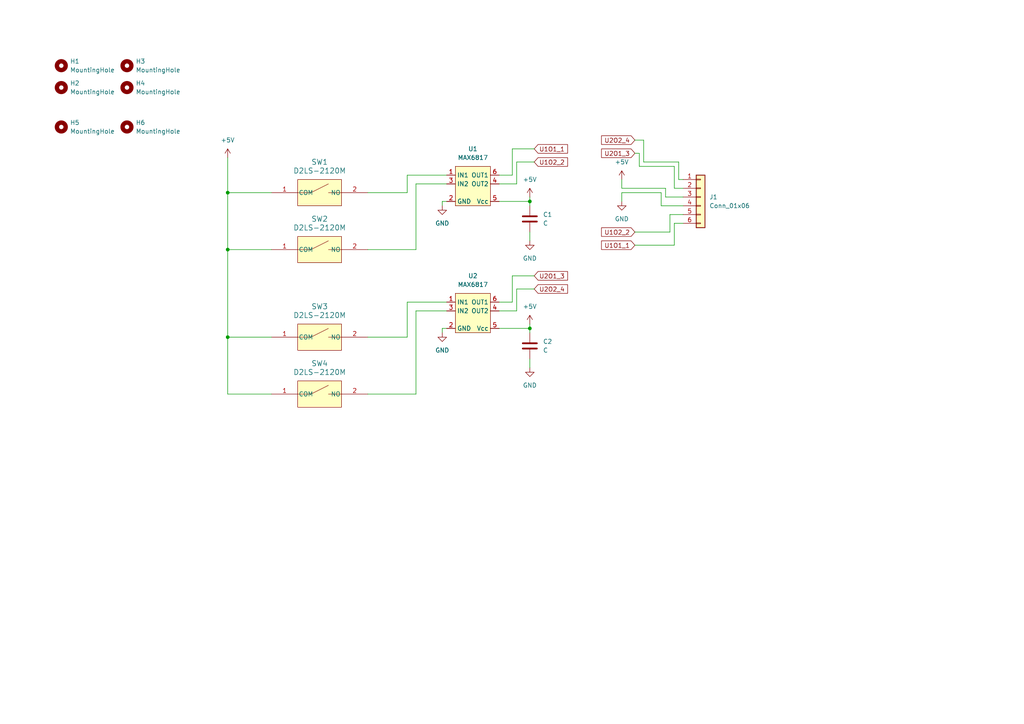
<source format=kicad_sch>
(kicad_sch (version 20231120) (generator "eeschema") (generator_version "8.0")
  (paper "A4")
  (lib_symbols
    (symbol "Connector_Generic:Conn_01x06" (pin_names (offset 1.016) hide)
      (property "Reference" "J" (at 0 7.62 0))
      (property "Value" "Conn_01x06" (at 0 -10.16 0))
      (symbol "Conn_01x06_1_1"
        (rectangle (start -1.27 -7.493) (end 0 -7.747) (stroke (width 0.1524)))
        (rectangle (start -1.27 -4.953) (end 0 -5.207) (stroke (width 0.1524)))
        (rectangle (start -1.27 -2.413) (end 0 -2.667) (stroke (width 0.1524)))
        (rectangle (start -1.27 0.127) (end 0 -0.127) (stroke (width 0.1524)))
        (rectangle (start -1.27 2.667) (end 0 2.413) (stroke (width 0.1524)))
        (rectangle (start -1.27 5.207) (end 0 4.953) (stroke (width 0.1524)))
        (rectangle (start -1.27 6.35) (end 1.27 -8.89) (stroke (width 0.254)) (fill (type background)))
        (pin passive line (at -5.08 5.08 0) (length 3.81) (name "Pin_1") (number "1"))
        (pin passive line (at -5.08 2.54 0) (length 3.81) (name "Pin_2") (number "2"))
        (pin passive line (at -5.08 0 0) (length 3.81) (name "Pin_3") (number "3"))
        (pin passive line (at -5.08 -2.54 0) (length 3.81) (name "Pin_4") (number "4"))
        (pin passive line (at -5.08 -5.08 0) (length 3.81) (name "Pin_5") (number "5"))
        (pin passive line (at -5.08 -7.62 0) (length 3.81) (name "Pin_6") (number "6"))
      )
    )
    (symbol "D2LS-2120M_1" (pin_names (offset 0.254))
      (property "Reference" "SW" (at 0 7.366 0))
      (property "Value" "D2LS-2120M" (at -0.254 5.08 0))
      (symbol "D2LS-2120M_1_0_1"
        (polyline (pts (xy -6.35 0) (xy -2.54 0)) (stroke (width 0.127)))
        (polyline (pts (xy -2.54 0) (xy 2.54 2.54)) (stroke (width 0.127)))
        (polyline (pts (xy 2.54 0) (xy 6.35 0)) (stroke (width 0.127)))
        (pin passive line (at -13.97 0 0) (length 7.62) (name "COM") (number "1"))
        (pin passive line (at 13.97 0 180) (length 7.62) (name "NO") (number "2"))
      )
      (symbol "D2LS-2120M_1_1_1"
        (polyline (pts (xy -6.35 3.81) (xy -6.35 -3.81) (xy 6.35 -3.81) (xy 6.35 3.81) (xy -6.35 3.81)) (fill (type color) (color 255 255 194 1)))
      )
    )
    (symbol "D2LS-2120M_2" (pin_names (offset 0.254))
      (property "Reference" "SW" (at 0 7.366 0))
      (property "Value" "D2LS-2120M" (at -0.254 5.08 0))
      (symbol "D2LS-2120M_2_0_1"
        (polyline (pts (xy -6.35 0) (xy -2.54 0)) (stroke (width 0.127)))
        (polyline (pts (xy -2.54 0) (xy 2.54 2.54)) (stroke (width 0.127)))
        (polyline (pts (xy 2.54 0) (xy 6.35 0)) (stroke (width 0.127)))
        (pin passive line (at -13.97 0 0) (length 7.62) (name "COM") (number "1"))
        (pin passive line (at 13.97 0 180) (length 7.62) (name "NO") (number "2"))
      )
      (symbol "D2LS-2120M_2_1_1"
        (polyline (pts (xy -6.35 3.81) (xy -6.35 -3.81) (xy 6.35 -3.81) (xy 6.35 3.81) (xy -6.35 3.81)) (fill (type color) (color 255 255 194 1)))
      )
    )
    (symbol "D2LS-2120M_3" (pin_names (offset 0.254))
      (property "Reference" "SW" (at 0 7.366 0))
      (property "Value" "D2LS-2120M" (at -0.254 5.08 0))
      (symbol "D2LS-2120M_3_0_1"
        (polyline (pts (xy -6.35 0) (xy -2.54 0)) (stroke (width 0.127)))
        (polyline (pts (xy -2.54 0) (xy 2.54 2.54)) (stroke (width 0.127)))
        (polyline (pts (xy 2.54 0) (xy 6.35 0)) (stroke (width 0.127)))
        (pin passive line (at -13.97 0 0) (length 7.62) (name "COM") (number "1"))
        (pin passive line (at 13.97 0 180) (length 7.62) (name "NO") (number "2"))
      )
      (symbol "D2LS-2120M_3_1_1"
        (polyline (pts (xy -6.35 3.81) (xy -6.35 -3.81) (xy 6.35 -3.81) (xy 6.35 3.81) (xy -6.35 3.81)) (fill (type color) (color 255 255 194 1)))
      )
    )
    (symbol "Device:C" (pin_numbers hide) (pin_names (offset 0.254))
      (property "Reference" "C" (at 0.635 2.54 0))
      (property "Value" "C" (at 0.635 -2.54 0))
      (symbol "C_0_1"
        (polyline (pts (xy -2.032 -0.762) (xy 2.032 -0.762)) (stroke (width 0.508)))
        (polyline (pts (xy -2.032 0.762) (xy 2.032 0.762)) (stroke (width 0.508)))
      )
      (symbol "C_1_1"
        (pin passive line (at 0 3.81 270) (length 2.794) (name "~") (number "1"))
        (pin passive line (at 0 -3.81 90) (length 2.794) (name "~") (number "2"))
      )
    )
    (symbol "Mechanical:MountingHole" (pin_names (offset 1.016)) (exclude_from_sim yes) (in_bom no)
      (property "Reference" "H" (at 0 5.08 0))
      (property "Value" "MountingHole" (at 0 3.175 0))
      (symbol "MountingHole_0_1"
        (circle (center 0 0) (radius 1.27) (stroke (width 1.27)))
      )
    )
    (symbol "My_Library:D2LS-2120M" (pin_names (offset 0.254))
      (property "Reference" "SW" (at 0 7.366 0))
      (property "Value" "D2LS-2120M" (at -0.254 5.08 0))
      (symbol "D2LS-2120M_0_1"
        (polyline (pts (xy -6.35 0) (xy -2.54 0)) (stroke (width 0.127)))
        (polyline (pts (xy -2.54 0) (xy 2.54 2.54)) (stroke (width 0.127)))
        (polyline (pts (xy 2.54 0) (xy 6.35 0)) (stroke (width 0.127)))
        (pin passive line (at -13.97 0 0) (length 7.62) (name "COM") (number "1"))
        (pin passive line (at 13.97 0 180) (length 7.62) (name "NO") (number "2"))
      )
      (symbol "D2LS-2120M_1_1"
        (polyline (pts (xy -6.35 3.81) (xy -6.35 -3.81) (xy 6.35 -3.81) (xy 6.35 3.81) (xy -6.35 3.81)) (fill (type color) (color 255 255 194 1)))
      )
    )
    (symbol "My_Library:MAX6817"
      (property "Reference" "U" (at 0 7.366 0))
      (property "Value" "MAX6817" (at 0 -6.35 0))
      (symbol "MAX6817_1_1"
        (rectangle (start -5.08 6.35) (end 5.08 -5.08) (fill (type background)))
        (pin input line (at -7.62 3.81 0) (length 2.54) (name "IN1") (number "1"))
        (pin power_in line (at -7.62 -3.81 0) (length 2.54) (name "GND") (number "2"))
        (pin input line (at -7.62 1.27 0) (length 2.54) (name "IN2") (number "3"))
        (pin output line (at 7.62 1.27 180) (length 2.54) (name "OUT2") (number "4"))
        (pin power_in line (at 7.62 -3.81 180) (length 2.54) (name "Vcc") (number "5"))
        (pin output line (at 7.62 3.81 180) (length 2.54) (name "OUT1") (number "6"))
      )
    )
    (symbol "power:+5V" (power) (pin_numbers hide) (pin_names (offset 0) hide)
      (property "Value" "+5V" (at 0 3.556 0))
      (symbol "+5V_0_1"
        (polyline (pts (xy -0.762 1.27) (xy 0 2.54)))
        (polyline (pts (xy 0 0) (xy 0 2.54)))
        (polyline (pts (xy 0 2.54) (xy 0.762 1.27)))
      )
      (symbol "+5V_1_1"
        (pin power_in line (at 0 0 90) (length 0) (name "~") (number "1"))
      )
    )
    (symbol "power:GND" (power) (pin_numbers hide) (pin_names (offset 0) hide)
      (property "Value" "GND" (at 0 -3.81 0))
      (symbol "GND_0_1"
        (polyline (pts (xy 0 0) (xy 0 -1.27) (xy 1.27 -1.27) (xy 0 -2.54) (xy -1.27 -1.27) (xy 0 -1.27)))
      )
      (symbol "GND_1_1"
        (pin power_in line (at 0 0 270) (length 0) (name "~") (number "1"))
      )
    )
  )
  (junction (at 153.67 58.42))
  (junction (at 66.04 55.88))
  (junction (at 153.67 95.25))
  (junction (at 66.04 97.79))
  (junction (at 66.04 72.39))
  (wire (pts (xy 186.69 46.99) (xy 196.85 46.99)))
  (wire (pts (xy 195.58 64.77) (xy 198.12 64.77)))
  (wire (pts (xy 66.04 72.39) (xy 66.04 97.79)))
  (wire (pts (xy 180.34 58.42) (xy 180.34 55.88)))
  (wire (pts (xy 195.58 71.12) (xy 195.58 64.77)))
  (wire (pts (xy 149.86 83.82) (xy 154.94 83.82)))
  (wire (pts (xy 66.04 114.3) (xy 78.74 114.3)))
  (wire (pts (xy 184.15 40.64) (xy 186.69 40.64)))
  (wire (pts (xy 196.85 52.07) (xy 198.12 52.07)))
  (wire (pts (xy 149.86 90.17) (xy 149.86 83.82)))
  (wire (pts (xy 193.04 54.61) (xy 193.04 57.15)))
  (wire (pts (xy 149.86 53.34) (xy 149.86 46.99)))
  (wire (pts (xy 184.15 44.45) (xy 185.42 44.45)))
  (wire (pts (xy 120.65 53.34) (xy 129.54 53.34)))
  (wire (pts (xy 128.27 95.25) (xy 129.54 95.25)))
  (wire (pts (xy 180.34 54.61) (xy 180.34 52.07)))
  (wire (pts (xy 106.68 55.88) (xy 118.11 55.88)))
  (wire (pts (xy 193.04 57.15) (xy 198.12 57.15)))
  (wire (pts (xy 153.67 93.98) (xy 153.67 95.25)))
  (wire (pts (xy 185.42 44.45) (xy 185.42 48.26)))
  (wire (pts (xy 185.42 48.26) (xy 195.58 48.26)))
  (wire (pts (xy 153.67 95.25) (xy 153.67 96.52)))
  (wire (pts (xy 180.34 55.88) (xy 191.77 55.88)))
  (wire (pts (xy 153.67 67.31) (xy 153.67 69.85)))
  (wire (pts (xy 66.04 45.72) (xy 66.04 55.88)))
  (wire (pts (xy 128.27 59.69) (xy 128.27 58.42)))
  (wire (pts (xy 118.11 87.63) (xy 118.11 97.79)))
  (wire (pts (xy 153.67 104.14) (xy 153.67 106.68)))
  (wire (pts (xy 149.86 46.99) (xy 154.94 46.99)))
  (wire (pts (xy 106.68 72.39) (xy 120.65 72.39)))
  (wire (pts (xy 66.04 97.79) (xy 66.04 114.3)))
  (wire (pts (xy 66.04 55.88) (xy 78.74 55.88)))
  (wire (pts (xy 120.65 90.17) (xy 120.65 114.3)))
  (wire (pts (xy 118.11 50.8) (xy 129.54 50.8)))
  (wire (pts (xy 118.11 87.63) (xy 129.54 87.63)))
  (wire (pts (xy 128.27 58.42) (xy 129.54 58.42)))
  (wire (pts (xy 128.27 96.52) (xy 128.27 95.25)))
  (wire (pts (xy 66.04 97.79) (xy 78.74 97.79)))
  (wire (pts (xy 191.77 59.69) (xy 198.12 59.69)))
  (wire (pts (xy 144.78 90.17) (xy 149.86 90.17)))
  (wire (pts (xy 144.78 53.34) (xy 149.86 53.34)))
  (wire (pts (xy 148.59 87.63) (xy 148.59 80.01)))
  (wire (pts (xy 66.04 55.88) (xy 66.04 72.39)))
  (wire (pts (xy 106.68 97.79) (xy 118.11 97.79)))
  (wire (pts (xy 148.59 80.01) (xy 154.94 80.01)))
  (wire (pts (xy 194.31 62.23) (xy 198.12 62.23)))
  (wire (pts (xy 148.59 50.8) (xy 148.59 43.18)))
  (wire (pts (xy 120.65 53.34) (xy 120.65 72.39)))
  (wire (pts (xy 144.78 50.8) (xy 148.59 50.8)))
  (wire (pts (xy 184.15 67.31) (xy 194.31 67.31)))
  (wire (pts (xy 195.58 48.26) (xy 195.58 54.61)))
  (wire (pts (xy 186.69 40.64) (xy 186.69 46.99)))
  (wire (pts (xy 144.78 95.25) (xy 153.67 95.25)))
  (wire (pts (xy 120.65 90.17) (xy 129.54 90.17)))
  (wire (pts (xy 194.31 67.31) (xy 194.31 62.23)))
  (wire (pts (xy 180.34 54.61) (xy 193.04 54.61)))
  (wire (pts (xy 106.68 114.3) (xy 120.65 114.3)))
  (wire (pts (xy 196.85 46.99) (xy 196.85 52.07)))
  (wire (pts (xy 144.78 87.63) (xy 148.59 87.63)))
  (wire (pts (xy 66.04 72.39) (xy 78.74 72.39)))
  (wire (pts (xy 191.77 55.88) (xy 191.77 59.69)))
  (wire (pts (xy 118.11 55.88) (xy 118.11 50.8)))
  (wire (pts (xy 153.67 58.42) (xy 153.67 59.69)))
  (wire (pts (xy 144.78 58.42) (xy 153.67 58.42)))
  (wire (pts (xy 148.59 43.18) (xy 154.94 43.18)))
  (wire (pts (xy 195.58 54.61) (xy 198.12 54.61)))
  (wire (pts (xy 184.15 71.12) (xy 195.58 71.12)))
  (wire (pts (xy 153.67 57.15) (xy 153.67 58.42)))
  (global_label "U2O2_4" (shape input) (at 154.94 83.82 0) (property "Intersheetrefs" "${INTERSHEET_REFS}" (effects (hide yes))))
  (global_label "U2O1_3" (shape input) (at 154.94 80.01 0) (property "Intersheetrefs" "${INTERSHEET_REFS}" (effects (hide yes))))
  (global_label "U1O1_1" (shape input) (at 154.94 43.18 0) (property "Intersheetrefs" "${INTERSHEET_REFS}" (effects (hide yes))))
  (global_label "U1O2_2" (shape input) (at 154.94 46.99 0) (property "Intersheetrefs" "${INTERSHEET_REFS}" (effects (hide yes))))
  (global_label "U2O2_4" (shape input) (at 184.15 40.64 180) (property "Intersheetrefs" "${INTERSHEET_REFS}" (effects (hide yes))))
  (global_label "U1O1_1" (shape input) (at 184.15 71.12 180) (property "Intersheetrefs" "${INTERSHEET_REFS}" (effects (hide yes))))
  (global_label "U2O1_3" (shape input) (at 184.15 44.45 180) (property "Intersheetrefs" "${INTERSHEET_REFS}" (effects (hide yes))))
  (global_label "U1O2_2" (shape input) (at 184.15 67.31 180) (property "Intersheetrefs" "${INTERSHEET_REFS}" (effects (hide yes))))
  (symbol (lib_id "Device:C") (at 153.67 63.5 0) (unit 1)
    (property "Reference" "C1" (at 157.48 62.2299 0) (effects (justify left)))
    (property "Value" "C" (at 157.48 64.7699 0) (effects (justify left)))
    (property "Footprint" "Capacitor_SMD:C_0805_2012Metric_Pad1.18x1.45mm_HandSolder" (effects (hide yes)))
    (property "Description" "Unpolarized capacitor" (effects (hide yes)))
  )
  (symbol (lib_id "Mechanical:MountingHole") (at 36.83 25.4 0) (unit 1) (exclude_from_sim yes) (in_bom no)
    (property "Reference" "H4" (at 39.37 24.1299 0) (effects (justify left)))
    (property "Value" "MountingHole" (at 39.37 26.6699 0) (effects (justify left)))
    (property "Footprint" "MountingHole:MountingHole_3.2mm_M3_ISO7380" (effects (hide yes)))
    (property "Description" "Mounting Hole without connection" (effects (hide yes)))
  )
  (symbol (lib_id "power:GND") (at 128.27 96.52 0) (unit 1)
    (property "Reference" "#PWR07" (effects (hide yes)))
    (property "Value" "GND" (at 128.27 101.6 0))
    (property "Description" "Power symbol creates a global label with name \"GND\" , ground" (effects (hide yes)))
  )
  (symbol (lib_id "Mechanical:MountingHole") (at 36.83 36.83 0) (unit 1) (exclude_from_sim yes) (in_bom no)
    (property "Reference" "H6" (at 39.37 35.5599 0) (effects (justify left)))
    (property "Value" "MountingHole" (at 39.37 38.0999 0) (effects (justify left)))
    (property "Footprint" "My_Library:MountingHole_1.6mm" (effects (hide yes)))
    (property "Description" "Mounting Hole without connection" (effects (hide yes)))
  )
  (symbol (lib_id "power:GND") (at 153.67 69.85 0) (unit 1)
    (property "Reference" "#PWR09" (effects (hide yes)))
    (property "Value" "GND" (at 153.67 74.93 0))
    (property "Description" "Power symbol creates a global label with name \"GND\" , ground" (effects (hide yes)))
  )
  (symbol (lib_id "power:+5V") (at 153.67 93.98 0) (unit 1)
    (property "Reference" "#PWR01" (effects (hide yes)))
    (property "Value" "+5V" (at 153.67 88.9 0))
    (property "Description" "Power symbol creates a global label with name \"+5V\"" (effects (hide yes)))
  )
  (symbol (lib_id "My_Library:MAX6817") (at 137.16 91.44 0) (unit 1)
    (property "Reference" "U2" (at 137.16 80.01 0))
    (property "Value" "MAX6817" (at 137.16 82.55 0))
    (property "Footprint" "Package_TO_SOT_SMD:SOT-23-6" (effects (hide yes)))
    (property "Datasheet" "https://www.analog.com/media/en/technical-documentation/data-sheets/max6816-max6818.pdf" (effects (hide yes)))
    (property "Description" "Analog Devices Dual Channel Switch Debouncer" (effects (hide yes)))
  )
  (symbol (lib_id "My_Library:MAX6817") (at 137.16 54.61 0) (unit 1)
    (property "Reference" "U1" (at 137.16 43.18 0))
    (property "Value" "MAX6817" (at 137.16 45.72 0))
    (property "Footprint" "Package_TO_SOT_SMD:SOT-23-6" (effects (hide yes)))
    (property "Datasheet" "https://www.analog.com/media/en/technical-documentation/data-sheets/max6816-max6818.pdf" (effects (hide yes)))
    (property "Description" "Analog Devices Dual Channel Switch Debouncer" (effects (hide yes)))
  )
  (symbol (lib_id "power:+5V") (at 66.04 45.72 0) (unit 1)
    (property "Reference" "#PWR03" (effects (hide yes)))
    (property "Value" "+5V" (at 66.04 40.64 0))
    (property "Description" "Power symbol creates a global label with name \"+5V\"" (effects (hide yes)))
  )
  (symbol (lib_id "Connector_Generic:Conn_01x06") (at 203.2 57.15 0) (unit 1)
    (property "Reference" "J1" (at 205.74 57.1499 0) (effects (justify left)))
    (property "Value" "Conn_01x06" (at 205.74 59.6899 0) (effects (justify left)))
    (property "Footprint" "My_Library:TEAmp-CON6-84953-SMT-RA-FCC-FPC" (effects (hide yes)))
    (property "Description" "Generic connector, single row, 01x06, script generated (kicad-library-utils/schlib/autogen/connector/)" (effects (hide yes)))
  )
  (symbol (lib_id "power:+5V") (at 180.34 52.07 0) (unit 1)
    (property "Reference" "#PWR04" (effects (hide yes)))
    (property "Value" "+5V" (at 180.34 46.99 0))
    (property "Description" "Power symbol creates a global label with name \"+5V\"" (effects (hide yes)))
  )
  (symbol (lib_id "My_Library:D2LS-2120M") (at 92.71 114.3 0) (unit 1)
    (property "Reference" "SW4" (at 92.71 105.41 0) (effects (font (size 1.524 1.524))))
    (property "Value" "D2LS-2120M" (at 92.71 107.95 0) (effects (font (size 1.524 1.524))))
    (property "Footprint" "My_Library:Omron_SW_D2LS_11_20M" (effects (hide yes)))
    (property "Datasheet" "D2LS-2120M" (effects (hide yes)))
  )
  (symbol (lib_id "Mechanical:MountingHole") (at 17.78 36.83 0) (unit 1) (exclude_from_sim yes) (in_bom no)
    (property "Reference" "H5" (at 20.32 35.5599 0) (effects (justify left)))
    (property "Value" "MountingHole" (at 20.32 38.0999 0) (effects (justify left)))
    (property "Footprint" "My_Library:MountingHole_1.6mm" (effects (hide yes)))
    (property "Description" "Mounting Hole without connection" (effects (hide yes)))
  )
  (symbol (lib_id "Device:C") (at 153.67 100.33 0) (unit 1)
    (property "Reference" "C2" (at 157.48 99.0599 0) (effects (justify left)))
    (property "Value" "C" (at 157.48 101.5999 0) (effects (justify left)))
    (property "Footprint" "Capacitor_SMD:C_0805_2012Metric_Pad1.18x1.45mm_HandSolder" (effects (hide yes)))
    (property "Description" "Unpolarized capacitor" (effects (hide yes)))
  )
  (symbol (lib_id "Mechanical:MountingHole") (at 36.83 19.05 0) (unit 1) (exclude_from_sim yes) (in_bom no)
    (property "Reference" "H3" (at 39.37 17.7799 0) (effects (justify left)))
    (property "Value" "MountingHole" (at 39.37 20.3199 0) (effects (justify left)))
    (property "Footprint" "MountingHole:MountingHole_3.2mm_M3_ISO7380" (effects (hide yes)))
    (property "Description" "Mounting Hole without connection" (effects (hide yes)))
  )
  (symbol (lib_id "Mechanical:MountingHole") (at 17.78 25.4 0) (unit 1) (exclude_from_sim yes) (in_bom no)
    (property "Reference" "H2" (at 20.32 24.1299 0) (effects (justify left)))
    (property "Value" "MountingHole" (at 20.32 26.6699 0) (effects (justify left)))
    (property "Footprint" "MountingHole:MountingHole_3.2mm_M3_ISO7380" (effects (hide yes)))
    (property "Description" "Mounting Hole without connection" (effects (hide yes)))
  )
  (symbol (lib_name "D2LS-2120M_2") (lib_id "My_Library:D2LS-2120M") (at 92.71 72.39 0) (unit 1)
    (property "Reference" "SW2" (at 92.71 63.5 0) (effects (font (size 1.524 1.524))))
    (property "Value" "D2LS-2120M" (at 92.71 66.04 0) (effects (font (size 1.524 1.524))))
    (property "Footprint" "My_Library:Omron_SW_D2LS_11_20M" (effects (hide yes)))
    (property "Datasheet" "D2LS-2120M" (effects (hide yes)))
  )
  (symbol (lib_name "D2LS-2120M_3") (lib_id "My_Library:D2LS-2120M") (at 92.71 97.79 0) (unit 1)
    (property "Reference" "SW3" (at 92.71 88.9 0) (effects (font (size 1.524 1.524))))
    (property "Value" "D2LS-2120M" (at 92.71 91.44 0) (effects (font (size 1.524 1.524))))
    (property "Footprint" "My_Library:Omron_SW_D2LS_11_20M" (effects (hide yes)))
    (property "Datasheet" "D2LS-2120M" (effects (hide yes)))
  )
  (symbol (lib_id "power:+5V") (at 153.67 57.15 0) (unit 1)
    (property "Reference" "#PWR02" (effects (hide yes)))
    (property "Value" "+5V" (at 153.67 52.07 0))
    (property "Description" "Power symbol creates a global label with name \"+5V\"" (effects (hide yes)))
  )
  (symbol (lib_id "power:GND") (at 180.34 58.42 0) (unit 1)
    (property "Reference" "#PWR05" (effects (hide yes)))
    (property "Value" "GND" (at 180.34 63.5 0))
    (property "Description" "Power symbol creates a global label with name \"GND\" , ground" (effects (hide yes)))
  )
  (symbol (lib_name "D2LS-2120M_1") (lib_id "My_Library:D2LS-2120M") (at 92.71 55.88 0) (unit 1)
    (property "Reference" "SW1" (at 92.71 46.99 0) (effects (font (size 1.524 1.524))))
    (property "Value" "D2LS-2120M" (at 92.71 49.53 0) (effects (font (size 1.524 1.524))))
    (property "Footprint" "My_Library:Omron_SW_D2LS_11_20M" (effects (hide yes)))
    (property "Datasheet" "D2LS-2120M" (effects (hide yes)))
  )
  (symbol (lib_id "Mechanical:MountingHole") (at 17.78 19.05 0) (unit 1) (exclude_from_sim yes) (in_bom no)
    (property "Reference" "H1" (at 20.32 17.7799 0) (effects (justify left)))
    (property "Value" "MountingHole" (at 20.32 20.3199 0) (effects (justify left)))
    (property "Footprint" "MountingHole:MountingHole_3.2mm_M3_ISO7380" (effects (hide yes)))
    (property "Description" "Mounting Hole without connection" (effects (hide yes)))
  )
  (symbol (lib_id "power:GND") (at 153.67 106.68 0) (unit 1)
    (property "Reference" "#PWR010" (effects (hide yes)))
    (property "Value" "GND" (at 153.67 111.76 0))
    (property "Description" "Power symbol creates a global label with name \"GND\" , ground" (effects (hide yes)))
  )
  (symbol (lib_id "power:GND") (at 128.27 59.69 0) (unit 1)
    (property "Reference" "#PWR08" (effects (hide yes)))
    (property "Value" "GND" (at 128.27 64.77 0))
    (property "Description" "Power symbol creates a global label with name \"GND\" , ground" (effects (hide yes)))
  )
)
</source>
